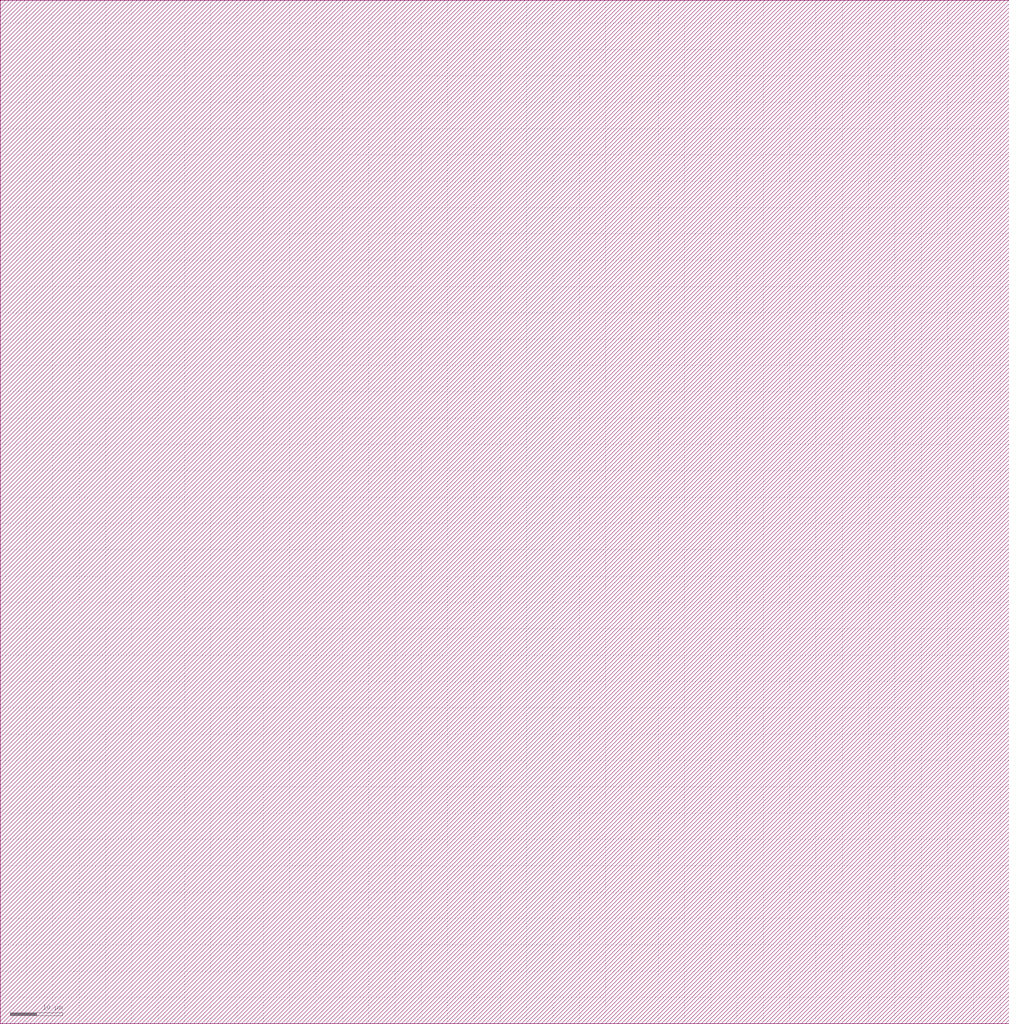
<source format=lef>
VERSION 5.6 ;

BUSBITCHARS "[]" ;

DIVIDERCHAR "/" ;

UNITS
    DATABASE MICRONS 1000 ;
END UNITS

MANUFACTURINGGRID 0.005000 ; 

CLEARANCEMEASURE EUCLIDEAN ; 

USEMINSPACING OBS ON ; 

SITE CoreSite
    CLASS CORE ;
    SIZE 0.540000 BY 0.900000 ;
END CoreSite

LAYER m1
   TYPE ROUTING ;
   DIRECTION VERTICAL ;
   MINWIDTH 0.270000 ;
   WIDTH 0.270000 ;
   SPACINGTABLE
      PARALLELRUNLENGTH 0.0
      WIDTH 0.0 0.270000 ;
   PITCH 0.540000 0.540000 ;
END m1

LAYER v1
    TYPE CUT ;
    SPACING 0.270000 ;
    WIDTH 0.270000 ;
    ENCLOSURE ABOVE 0.090000 0.090000 ;
    ENCLOSURE BELOW 0.090000 0.090000 ;
END v1

LAYER m2
   TYPE ROUTING ;
   DIRECTION HORIZONTAL ;
   MINWIDTH 0.450000 ;
   WIDTH 0.450000 ;
   SPACINGTABLE
      PARALLELRUNLENGTH 0.0
      WIDTH 0.0 0.450000 ;
   PITCH 0.900000 0.900000 ;
END m2

LAYER v2
    TYPE CUT ;
    SPACING 0.270000 ;
    WIDTH 0.270000 ;
    ENCLOSURE ABOVE 0.090000 0.090000 ;
    ENCLOSURE BELOW 0.090000 0.090000 ;
END v2

LAYER m3
   TYPE ROUTING ;
   DIRECTION VERTICAL ;
   MINWIDTH 0.450000 ;
   WIDTH 0.450000 ;
   SPACINGTABLE
      PARALLELRUNLENGTH 0.0
      WIDTH 0.0 0.450000 ;
   PITCH 0.900000 0.900000 ;
END m3

LAYER v3
    TYPE CUT ;
    SPACING 0.270000 ;
    WIDTH 0.270000 ;
    ENCLOSURE ABOVE 0.090000 0.090000 ;
    ENCLOSURE BELOW 0.090000 0.090000 ;
END v3

LAYER m4
   TYPE ROUTING ;
   DIRECTION HORIZONTAL ;
   MINWIDTH 0.450000 ;
   WIDTH 0.450000 ;
   SPACINGTABLE
      PARALLELRUNLENGTH 0.0
      WIDTH 0.0 0.450000 ;
   PITCH 0.900000 0.900000 ;
END m4

LAYER v4
    TYPE CUT ;
    SPACING 0.270000 ;
    WIDTH 0.270000 ;
    ENCLOSURE ABOVE 0.090000 0.090000 ;
    ENCLOSURE BELOW 0.090000 0.090000 ;
END v4

LAYER m5
   TYPE ROUTING ;
   DIRECTION VERTICAL ;
   MINWIDTH 0.450000 ;
   WIDTH 0.450000 ;
   SPACINGTABLE
      PARALLELRUNLENGTH 0.0
      WIDTH 0.0 0.450000 ;
   PITCH 0.900000 0.900000 ;
END m5

LAYER v5
    TYPE CUT ;
    SPACING 0.270000 ;
    WIDTH 0.270000 ;
    ENCLOSURE ABOVE 0.090000 0.090000 ;
    ENCLOSURE BELOW 0.090000 0.090000 ;
END v5

LAYER m6
   TYPE ROUTING ;
   DIRECTION HORIZONTAL ;
   MINWIDTH 0.450000 ;
   WIDTH 0.450000 ;
   SPACINGTABLE
      PARALLELRUNLENGTH 0.0
      WIDTH 0.0 0.450000 ;
   PITCH 0.900000 0.900000 ;
END m6

LAYER OVERLAP
   TYPE OVERLAP ;
END OVERLAP

VIA v1_C DEFAULT
   LAYER m1 ;
     RECT -0.225000 -0.225000 0.225000 0.225000 ;
   LAYER v1 ;
     RECT -0.135000 -0.135000 0.135000 0.135000 ;
   LAYER m2 ;
     RECT -0.225000 -0.225000 0.225000 0.225000 ;
END v1_C

VIA v1_Ch
   LAYER m1 ;
     RECT -0.225000 -0.225000 0.225000 0.225000 ;
   LAYER v1 ;
     RECT -0.135000 -0.135000 0.135000 0.135000 ;
   LAYER m2 ;
     RECT -0.225000 -0.225000 0.225000 0.225000 ;
END v1_Ch

VIA v1_Cv
   LAYER m1 ;
     RECT -0.225000 -0.225000 0.225000 0.225000 ;
   LAYER v1 ;
     RECT -0.135000 -0.135000 0.135000 0.135000 ;
   LAYER m2 ;
     RECT -0.225000 -0.225000 0.225000 0.225000 ;
END v1_Cv

VIA v2_C DEFAULT
   LAYER m2 ;
     RECT -0.225000 -0.225000 0.225000 0.225000 ;
   LAYER v2 ;
     RECT -0.135000 -0.135000 0.135000 0.135000 ;
   LAYER m3 ;
     RECT -0.225000 -0.225000 0.225000 0.225000 ;
END v2_C

VIA v2_Ch
   LAYER m2 ;
     RECT -0.225000 -0.225000 0.225000 0.225000 ;
   LAYER v2 ;
     RECT -0.135000 -0.135000 0.135000 0.135000 ;
   LAYER m3 ;
     RECT -0.225000 -0.225000 0.225000 0.225000 ;
END v2_Ch

VIA v2_Cv
   LAYER m2 ;
     RECT -0.225000 -0.225000 0.225000 0.225000 ;
   LAYER v2 ;
     RECT -0.135000 -0.135000 0.135000 0.135000 ;
   LAYER m3 ;
     RECT -0.225000 -0.225000 0.225000 0.225000 ;
END v2_Cv

VIA v3_C DEFAULT
   LAYER m3 ;
     RECT -0.225000 -0.225000 0.225000 0.225000 ;
   LAYER v3 ;
     RECT -0.135000 -0.135000 0.135000 0.135000 ;
   LAYER m4 ;
     RECT -0.225000 -0.225000 0.225000 0.225000 ;
END v3_C

VIA v3_Ch
   LAYER m3 ;
     RECT -0.225000 -0.225000 0.225000 0.225000 ;
   LAYER v3 ;
     RECT -0.135000 -0.135000 0.135000 0.135000 ;
   LAYER m4 ;
     RECT -0.225000 -0.225000 0.225000 0.225000 ;
END v3_Ch

VIA v3_Cv
   LAYER m3 ;
     RECT -0.225000 -0.225000 0.225000 0.225000 ;
   LAYER v3 ;
     RECT -0.135000 -0.135000 0.135000 0.135000 ;
   LAYER m4 ;
     RECT -0.225000 -0.225000 0.225000 0.225000 ;
END v3_Cv

VIA v4_C DEFAULT
   LAYER m4 ;
     RECT -0.225000 -0.225000 0.225000 0.225000 ;
   LAYER v4 ;
     RECT -0.135000 -0.135000 0.135000 0.135000 ;
   LAYER m5 ;
     RECT -0.225000 -0.225000 0.225000 0.225000 ;
END v4_C

VIA v4_Ch
   LAYER m4 ;
     RECT -0.225000 -0.225000 0.225000 0.225000 ;
   LAYER v4 ;
     RECT -0.135000 -0.135000 0.135000 0.135000 ;
   LAYER m5 ;
     RECT -0.225000 -0.225000 0.225000 0.225000 ;
END v4_Ch

VIA v4_Cv
   LAYER m4 ;
     RECT -0.225000 -0.225000 0.225000 0.225000 ;
   LAYER v4 ;
     RECT -0.135000 -0.135000 0.135000 0.135000 ;
   LAYER m5 ;
     RECT -0.225000 -0.225000 0.225000 0.225000 ;
END v4_Cv

VIA v5_C DEFAULT
   LAYER m5 ;
     RECT -0.225000 -0.225000 0.225000 0.225000 ;
   LAYER v5 ;
     RECT -0.135000 -0.135000 0.135000 0.135000 ;
   LAYER m6 ;
     RECT -0.225000 -0.225000 0.225000 0.225000 ;
END v5_C

VIA v5_Ch
   LAYER m5 ;
     RECT -0.225000 -0.225000 0.225000 0.225000 ;
   LAYER v5 ;
     RECT -0.135000 -0.135000 0.135000 0.135000 ;
   LAYER m6 ;
     RECT -0.225000 -0.225000 0.225000 0.225000 ;
END v5_Ch

VIA v5_Cv
   LAYER m5 ;
     RECT -0.225000 -0.225000 0.225000 0.225000 ;
   LAYER v5 ;
     RECT -0.135000 -0.135000 0.135000 0.135000 ;
   LAYER m6 ;
     RECT -0.225000 -0.225000 0.225000 0.225000 ;
END v5_Cv

MACRO _0_0std_0_0cells_0_0INVX1
    CLASS CORE ;
    FOREIGN _0_0std_0_0cells_0_0INVX1 0.000000 0.000000 ;
    ORIGIN 0.000000 0.000000 ;
    SIZE 3.240000 BY 5.400000 ;
    SYMMETRY X Y ;
    SITE CoreSite ;
    PIN A
        DIRECTION INPUT ;
        USE SIGNAL ;
        PORT
        LAYER m1 ;
        RECT 0.540000 4.140000 0.810000 4.500000 ;
        RECT 0.540000 4.050000 0.900000 4.140000 ;
        RECT 0.540000 3.870000 0.630000 4.050000 ;
        RECT 0.540000 3.780000 0.900000 3.870000 ;
        RECT 0.630000 3.870000 0.810000 4.050000 ;
        RECT 0.810000 3.870000 0.900000 4.050000 ;
        END
        ANTENNAGATEAREA 0.210600 ;
    END A
    PIN Y
        DIRECTION OUTPUT ;
        USE SIGNAL ;
        PORT
        LAYER m1 ;
        RECT 0.540000 2.790000 1.170000 2.880000 ;
        RECT 0.540000 2.610000 0.630000 2.790000 ;
        RECT 0.540000 2.520000 1.170000 2.610000 ;
        RECT 0.540000 0.990000 1.170000 1.080000 ;
        RECT 0.540000 0.810000 0.630000 0.990000 ;
        RECT 0.540000 0.720000 0.900000 0.810000 ;
        RECT 0.540000 0.450000 0.810000 0.720000 ;
        RECT 0.630000 2.610000 0.810000 2.790000 ;
        RECT 0.630000 0.810000 0.810000 0.990000 ;
        RECT 0.810000 2.610000 1.170000 2.790000 ;
        RECT 0.810000 0.810000 1.170000 0.990000 ;
        RECT 0.900000 1.080000 1.170000 2.520000 ;
        END
        ANTENNADIFFAREA 0.631800 ;
    END Y
    PIN Vdd
        DIRECTION INPUT ;
        USE POWER ;
        PORT
        LAYER m1 ;
        RECT 1.440000 3.150000 2.790000 3.240000 ;
        RECT 1.440000 2.970000 1.530000 3.150000 ;
        RECT 1.440000 2.880000 1.800000 2.970000 ;
        RECT 1.530000 2.970000 1.710000 3.150000 ;
        RECT 1.710000 2.970000 2.790000 3.150000 ;
        RECT 2.340000 2.880000 2.790000 2.970000 ;
        RECT 2.340000 3.240000 2.790000 3.330000 ;
        END
        ANTENNADIFFAREA 0.388800 ;
    END Vdd
    PIN GND
        DIRECTION INPUT ;
        USE GROUND ;
        PORT
        LAYER m1 ;
        RECT 1.440000 0.990000 2.790000 1.080000 ;
        RECT 1.440000 0.720000 2.790000 0.810000 ;
        RECT 1.440000 0.810000 1.530000 0.990000 ;
        RECT 1.530000 0.810000 1.710000 0.990000 ;
        RECT 1.710000 0.810000 2.790000 0.990000 ;
        RECT 2.340000 1.080000 2.790000 1.170000 ;
        END
        ANTENNADIFFAREA 0.243000 ;
    END GND
END _0_0std_0_0cells_0_0INVX1

MACRO welltap_svt
    CLASS CORE WELLTAP ;
    FOREIGN welltap_svt 0.000000 0.000000 ;
    ORIGIN 0.000000 0.000000 ;
    SIZE 1.620000 BY 2.700000 ;
    SYMMETRY X Y ;
    SITE CoreSite ;
    PIN Vdd
        DIRECTION INPUT ;
        USE POWER ;
        PORT
        LAYER m1 ;
        RECT 0.540000 1.530000 0.810000 1.710000 ;
        RECT 0.540000 1.350000 0.990000 1.530000 ;
        RECT 0.540000 1.170000 0.630000 1.350000 ;
        RECT 0.540000 1.080000 0.990000 1.170000 ;
        RECT 0.810000 1.170000 0.990000 1.350000 ;
        END
    END Vdd
    PIN GND
        DIRECTION INPUT ;
        USE GROUND ;
        PORT
        LAYER m1 ;
        RECT 0.540000 0.540000 0.990000 0.630000 ;
        RECT 0.540000 0.270000 0.630000 0.540000 ;
        RECT 0.540000 0.180000 0.990000 0.270000 ;
        RECT 0.900000 0.270000 0.990000 0.540000 ;
        END
    END GND
END welltap_svt

MACRO circuitppnp
   CLASS CORE ;
   FOREIGN circuitppnp 0.000000 0.000000 ;
   ORIGIN 0.000000 0.000000 ; 
   SIZE 191.700000 BY 194.400000 ; 
   SYMMETRY X Y ;
   SITE CoreSite ;
END circuitppnp

MACRO circuitwell
   CLASS CORE ;
   FOREIGN circuitwell 0.000000 0.000000 ;
   ORIGIN 0.000000 0.000000 ; 
   SIZE 191.700000 BY 194.400000 ; 
   SYMMETRY X Y ;
   SITE CoreSite ;
END circuitwell


</source>
